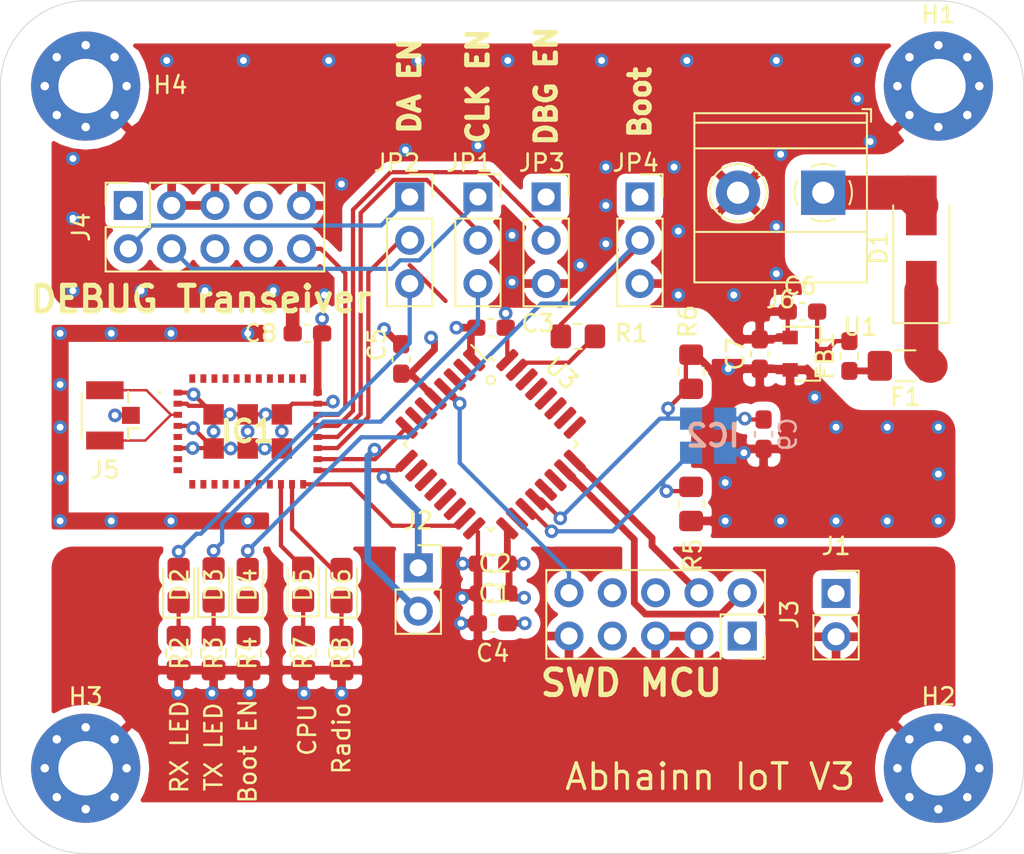
<source format=kicad_pcb>
(kicad_pcb (version 20171130) (host pcbnew "(5.1.10)-1")
  (title_block (date 2021-07-03))
  (layers (0 F.Cu signal) (1 In1.Cu power hide) (2 In2.Cu power hide) (31 B.Cu signal) (34 B.Paste user hide) (35 F.Paste user hide) (36 B.SilkS user hide) (37 F.SilkS user) (38 B.Mask user hide) (39 F.Mask user hide) (44 Edge.Cuts user))
  (net 0 "")
  (net 1 GND)
  (net 2 +3V3)
  (net 3 "Net-(C6-Pad1)")
  (net 4 +5V)
  (net 5 "Net-(D1-Pad1)")
  (net 6 LED_RX)
  (net 7 "Net-(D2-Pad1)")
  (net 8 LED_TX)
  (net 9 "Net-(D3-Pad1)")
  (net 10 "Net-(D4-Pad2)")
  (net 11 "Net-(D4-Pad1)")
  (net 12 CPU_LED)
  (net 13 "Net-(D5-Pad1)")
  (net 14 RADIO_LED)
  (net 15 "Net-(D6-Pad1)")
  (net 16 RESET_N)
  (net 17 DBG_EN)
  (net 18 TX_LED+DBG_CLK)
  (net 19 RX_LED+DBG_DATA)
  (net 20 LPUART1_TX)
  (net 21 LPUART1_RX)
  (net 22 DEEP_SLEEP_WAKUP)
  (net 23 "Net-(IC1-Pad3)")
  (net 24 PRESSURE_SDA)
  (net 25 PRESSURE_SCL)
  (net 26 NRST)
  (net 27 SWCLK)
  (net 28 SWDIO)
  (net 29 TS_DBG_CLK)
  (net 30 TS_DBG_DATA)
  (net 31 BOOT0)
  (net 32 "Net-(F1-Pad2)")
  (module SamacSys_Parts:AXSIPSFEU101TX30 (layer F.Cu) (at 129.5 80.25)
    (fp_text reference IC1 (at 0 0) (layer F.SilkS) (effects (font (size 1.27 1.27) (thickness 0.254))))
    (fp_text value AX-SIP-SFEU-1-01-TX30 hide)
    (pad 44 smd rect (at 2 1) (size 1.2 1.2) (layers F.Cu F.Paste F.Mask) (net 1 GND))
    (pad 43 smd rect (at 2 -1) (size 1.2 1.2) (layers F.Cu F.Paste F.Mask) (net 1 GND))
    (pad 42 smd rect (at 0 1) (size 1.2 1.2) (layers F.Cu F.Paste F.Mask) (net 1 GND))
    (pad 41 smd rect (at 0 -1) (size 1.2 1.2) (layers F.Cu F.Paste F.Mask) (net 1 GND))
    (pad 40 smd rect (at -2 1) (size 1.2 1.2) (layers F.Cu F.Paste F.Mask) (net 1 GND))
    (pad 39 smd rect (at -2 -1) (size 1.2 1.2) (layers F.Cu F.Paste F.Mask) (net 1 GND))
    (pad 38 smd rect (at -3.25 -3.1) (size 0.35 0.5) (layers F.Cu F.Paste F.Mask))
    (pad 37 smd rect (at -2.6 -3.1) (size 0.35 0.5) (layers F.Cu F.Paste F.Mask))
    (pad 36 smd rect (at -1.95 -3.1) (size 0.35 0.5) (layers F.Cu F.Paste F.Mask))
    (pad 35 smd rect (at -1.3 -3.1) (size 0.35 0.5) (layers F.Cu F.Paste F.Mask))
    (pad 34 smd rect (at -0.65 -3.1) (size 0.35 0.5) (layers F.Cu F.Paste F.Mask))
    (pad 33 smd rect (at 0 -3.1) (size 0.35 0.5) (layers F.Cu F.Paste F.Mask))
    (pad 32 smd rect (at 0.65 -3.1) (size 0.35 0.5) (layers F.Cu F.Paste F.Mask))
    (pad 31 smd rect (at 1.3 -3.1) (size 0.35 0.5) (layers F.Cu F.Paste F.Mask))
    (pad 30 smd rect (at 1.95 -3.1) (size 0.35 0.5) (layers F.Cu F.Paste F.Mask))
    (pad 29 smd rect (at 2.6 -3.1) (size 0.35 0.5) (layers F.Cu F.Paste F.Mask))
    (pad 28 smd rect (at 3.25 -3.1) (size 0.35 0.5) (layers F.Cu F.Paste F.Mask))
    (pad 27 smd rect (at 4.1 -2.275 90) (size 0.35 0.5) (layers F.Cu F.Paste F.Mask) (net 2 +3V3))
    (pad 26 smd rect (at 4.1 -1.625 90) (size 0.35 0.5) (layers F.Cu F.Paste F.Mask) (net 1 GND))
    (pad 25 smd rect (at 4.1 -0.975 90) (size 0.35 0.5) (layers F.Cu F.Paste F.Mask) (net 16 RESET_N))
    (pad 24 smd rect (at 4.1 -0.325 90) (size 0.35 0.5) (layers F.Cu F.Paste F.Mask) (net 17 DBG_EN))
    (pad 23 smd rect (at 4.1 0.325 90) (size 0.35 0.5) (layers F.Cu F.Paste F.Mask) (net 18 TX_LED+DBG_CLK))
    (pad 22 smd rect (at 4.1 0.975 90) (size 0.35 0.5) (layers F.Cu F.Paste F.Mask) (net 19 RX_LED+DBG_DATA))
    (pad 21 smd rect (at 4.1 1.625 90) (size 0.35 0.5) (layers F.Cu F.Paste F.Mask) (net 20 LPUART1_TX))
    (pad 20 smd rect (at 4.1 2.275 90) (size 0.35 0.5) (layers F.Cu F.Paste F.Mask) (net 21 LPUART1_RX))
    (pad 19 smd rect (at 3.25 3.1) (size 0.35 0.5) (layers F.Cu F.Paste F.Mask) (net 22 DEEP_SLEEP_WAKUP))
    (pad 18 smd rect (at 2.6 3.1) (size 0.35 0.5) (layers F.Cu F.Paste F.Mask) (net 14 RADIO_LED))
    (pad 17 smd rect (at 1.95 3.1) (size 0.35 0.5) (layers F.Cu F.Paste F.Mask) (net 12 CPU_LED))
    (pad 16 smd rect (at 1.3 3.1) (size 0.35 0.5) (layers F.Cu F.Paste F.Mask))
    (pad 15 smd rect (at 0.65 3.1) (size 0.35 0.5) (layers F.Cu F.Paste F.Mask))
    (pad 14 smd rect (at 0 3.1) (size 0.35 0.5) (layers F.Cu F.Paste F.Mask))
    (pad 13 smd rect (at -0.65 3.1) (size 0.35 0.5) (layers F.Cu F.Paste F.Mask))
    (pad 12 smd rect (at -1.3 3.1) (size 0.35 0.5) (layers F.Cu F.Paste F.Mask))
    (pad 11 smd rect (at -1.95 3.1) (size 0.35 0.5) (layers F.Cu F.Paste F.Mask))
    (pad 10 smd rect (at -2.6 3.1) (size 0.35 0.5) (layers F.Cu F.Paste F.Mask))
    (pad 9 smd rect (at -3.25 3.1) (size 0.35 0.5) (layers F.Cu F.Paste F.Mask))
    (pad 8 smd rect (at -4.1 2.275 90) (size 0.35 0.5) (layers F.Cu F.Paste F.Mask))
    (pad 7 smd rect (at -4.1 1.625 90) (size 0.35 0.5) (layers F.Cu F.Paste F.Mask))
    (pad 6 smd rect (at -4.1 0.975 90) (size 0.35 0.5) (layers F.Cu F.Paste F.Mask) (net 1 GND))
    (pad 5 smd rect (at -4.1 0.325 90) (size 0.35 0.5) (layers F.Cu F.Paste F.Mask))
    (pad 4 smd rect (at -4.1 -0.325 90) (size 0.35 0.5) (layers F.Cu F.Paste F.Mask) (net 1 GND))
    (pad 3 smd rect (at -4.1 -0.975 90) (size 0.35 0.5) (layers F.Cu F.Paste F.Mask) (net 23 "Net-(IC1-Pad3)"))
    (pad 2 smd rect (at -4.1 -1.625 90) (size 0.35 0.5) (layers F.Cu F.Paste F.Mask) (net 1 GND))
    (pad 1 smd rect (at -4.1 -2.275 90) (size 0.35 0.5) (layers F.Cu F.Paste F.Mask) (net 1 GND))
  )
  (module Resistor_SMD:R_0805_2012Metric_Pad1.20x1.40mm_HandSolder (layer F.Cu) (at 129.55 93.25 270)
    (fp_text reference R4 (at 0 0.05 90) (layer F.SilkS))
    (fp_text value 2k)
    (pad 2 smd roundrect (at 1 0 270) (size 1.2 1.4) (layers F.Cu F.Paste F.Mask) (roundrect_rratio 0.2083325) (net 1 GND))
    (pad 1 smd roundrect (at -1 0 270) (size 1.2 1.4) (layers F.Cu F.Paste F.Mask) (roundrect_rratio 0.2083325) (net 11 "Net-(D4-Pad1)"))
  )
  (module Diode_SMD:D_SMA_Handsoldering (layer F.Cu) (at 169 69.5 90)
    (fp_text reference D1 (at 0 -2.5 90) (layer F.SilkS))
    (fp_text value B5819W)
    (pad 2 smd rect (at 2.5 0 90) (size 3.5 1.8) (layers F.Cu F.Paste F.Mask) (net 4 +5V))
    (pad 1 smd rect (at -2.5 0 90) (size 3.5 1.8) (layers F.Cu F.Paste F.Mask) (net 5 "Net-(D1-Pad1)"))
  )
  (module Connector_PinSocket_2.54mm:PinSocket_2x05_P2.54mm_Vertical (layer F.Cu) (at 158.5 92.25 270)
    (fp_text reference J3 (at -1.27 -2.77 90) (layer F.SilkS))
    (fp_text value Conn_02x05_Odd_Even)
    (pad 10 thru_hole oval (at -2.54 10.16 270) (size 1.7 1.7) (drill 1) (layers *.Cu *.Mask) (net 26 NRST))
    (pad 9 thru_hole oval (at 0 10.16 270) (size 1.7 1.7) (drill 1) (layers *.Cu *.Mask) (net 1 GND))
    (pad 8 thru_hole oval (at -2.54 7.62 270) (size 1.7 1.7) (drill 1) (layers *.Cu *.Mask))
    (pad 7 thru_hole oval (at 0 7.62 270) (size 1.7 1.7) (drill 1) (layers *.Cu *.Mask))
    (pad 6 thru_hole oval (at -2.54 5.08 270) (size 1.7 1.7) (drill 1) (layers *.Cu *.Mask))
    (pad 5 thru_hole oval (at 0 5.08 270) (size 1.7 1.7) (drill 1) (layers *.Cu *.Mask) (net 1 GND))
    (pad 4 thru_hole oval (at -2.54 2.54 270) (size 1.7 1.7) (drill 1) (layers *.Cu *.Mask) (net 27 SWCLK))
    (pad 3 thru_hole oval (at 0 2.54 270) (size 1.7 1.7) (drill 1) (layers *.Cu *.Mask) (net 1 GND))
    (pad 2 thru_hole oval (at -2.54 0 270) (size 1.7 1.7) (drill 1) (layers *.Cu *.Mask) (net 28 SWDIO))
    (pad 1 thru_hole rect (at 0 0 270) (size 1.7 1.7) (drill 1) (layers *.Cu *.Mask) (net 2 +3V3))
  )
  (module Package_TO_SOT_SMD:SOT-23 (layer F.Cu) (at 162.306 75.692)
    (fp_text reference U1 (at 3.12 -1.57) (layer F.SilkS))
    (fp_text value XC6206PxxxMR)
    (pad 3 smd rect (at 1 0) (size 0.9 0.8) (layers F.Cu F.Paste F.Mask) (net 3 "Net-(C6-Pad1)"))
    (pad 2 smd rect (at -1 0.95) (size 0.9 0.8) (layers F.Cu F.Paste F.Mask) (net 2 +3V3))
    (pad 1 smd rect (at -1 -0.95) (size 0.9 0.8) (layers F.Cu F.Paste F.Mask) (net 1 GND))
  )
  (module Capacitor_SMD:C_0603_1608Metric_Pad1.08x0.95mm_HandSolder (layer F.Cu) (at 162.0279 73.22236 180)
    (fp_text reference C6 (at 0.1375 1.5) (layer F.SilkS))
    (fp_text value 10uF)
    (pad 2 smd roundrect (at 0.8625 0 180) (size 1.075 0.95) (layers F.Cu F.Paste F.Mask) (net 1 GND))
    (pad 1 smd roundrect (at -0.8625 0 180) (size 1.075 0.95) (layers F.Cu F.Paste F.Mask) (net 3 "Net-(C6-Pad1)"))
  )
  (module Capacitor_SMD:C_0603_1608Metric_Pad1.08x0.95mm_HandSolder (layer B.Cu) (at 159.75 80.4125 90)
    (fp_text reference C9 (at 0 1.43 270) (layer B.SilkS) (effects (justify mirror)))
    (fp_text value 100nF)
    (pad 2 smd roundrect (at 0.8625 0 90) (size 1.075 0.95) (layers F.Cu B.Paste B.Mask) (net 1 GND))
    (pad 1 smd roundrect (at -0.8625 0 90) (size 1.075 0.95) (layers F.Cu B.Paste B.Mask) (net 2 +3V3))
  )
  (module Fuse:Fuse_1206_3216Metric_Pad1.42x1.75mm_HandSolder (layer F.Cu) (at 168.05388 76.40244 180)
    (fp_text reference F1 (at 0 -1.82) (layer F.SilkS))
    (fp_text value 500mA)
    (pad 2 smd roundrect (at 1.4875 0 180) (size 1.425 1.75) (layers F.Cu F.Paste F.Mask) (roundrect_rratio 0.175439) (net 32 "Net-(F1-Pad2)"))
    (pad 1 smd roundrect (at -1.4875 0 180) (size 1.425 1.75) (layers F.Cu F.Paste F.Mask) (roundrect_rratio 0.175439) (net 5 "Net-(D1-Pad1)"))
  )
  (module Connector_PinSocket_2.54mm:PinSocket_1x03_P2.54mm_Vertical (layer F.Cu) (at 152.5 66.5)
    (fp_text reference JP4 (at -0.25 -2) (layer F.SilkS))
    (fp_text value Jumper_3_Bridged12)
    (pad 3 thru_hole oval (at 0 5.08) (size 1.7 1.7) (drill 1) (layers *.Cu *.Mask) (net 1 GND))
    (pad 2 thru_hole oval (at 0 2.54) (size 1.7 1.7) (drill 1) (layers *.Cu *.Mask) (net 10 "Net-(D4-Pad2)"))
    (pad 1 thru_hole rect (at 0 0) (size 1.7 1.7) (drill 1) (layers *.Cu *.Mask) (net 2 +3V3))
  )
  (module Connector_PinSocket_2.54mm:PinSocket_1x03_P2.54mm_Vertical (layer F.Cu) (at 147 66.5)
    (fp_text reference JP3 (at -0.25 -2) (layer F.SilkS))
    (fp_text value Jumper_3_Bridged12)
    (pad 3 thru_hole oval (at 0 5.08) (size 1.7 1.7) (drill 1) (layers *.Cu *.Mask) (net 1 GND))
    (pad 2 thru_hole oval (at 0 2.54) (size 1.7 1.7) (drill 1) (layers *.Cu *.Mask) (net 17 DBG_EN))
    (pad 1 thru_hole rect (at 0 0) (size 1.7 1.7) (drill 1) (layers *.Cu *.Mask) (net 2 +3V3))
  )
  (module Connector_PinSocket_2.54mm:PinSocket_1x03_P2.54mm_Vertical (layer F.Cu) (at 139 66.5)
    (fp_text reference JP2 (at -0.75 -2) (layer F.SilkS))
    (fp_text value Jumper_3_Bridged12)
    (pad 3 thru_hole oval (at 0 5.08) (size 1.7 1.7) (drill 1) (layers *.Cu *.Mask) (net 6 LED_RX))
    (pad 2 thru_hole oval (at 0 2.54) (size 1.7 1.7) (drill 1) (layers *.Cu *.Mask) (net 19 RX_LED+DBG_DATA))
    (pad 1 thru_hole rect (at 0 0) (size 1.7 1.7) (drill 1) (layers *.Cu *.Mask) (net 30 TS_DBG_DATA))
  )
  (module Connector_PinSocket_2.54mm:PinSocket_1x03_P2.54mm_Vertical (layer F.Cu) (at 143 66.5)
    (fp_text reference JP1 (at -0.5 -2) (layer F.SilkS))
    (fp_text value Jumper_3_Bridged12)
    (pad 3 thru_hole oval (at 0 5.08) (size 1.7 1.7) (drill 1) (layers *.Cu *.Mask) (net 8 LED_TX))
    (pad 2 thru_hole oval (at 0 2.54) (size 1.7 1.7) (drill 1) (layers *.Cu *.Mask) (net 18 TX_LED+DBG_CLK))
    (pad 1 thru_hole rect (at 0 0) (size 1.7 1.7) (drill 1) (layers *.Cu *.Mask) (net 29 TS_DBG_CLK))
  )
  (module Connector_PinSocket_2.54mm:PinSocket_1x02_P2.54mm_Vertical (layer F.Cu) (at 139.5 88.25)
    (fp_text reference J2 (at 0 -2.77) (layer F.SilkS))
    (fp_text value Conn_01x02)
    (pad 2 thru_hole oval (at 0 2.54) (size 1.7 1.7) (drill 1) (layers *.Cu *.Mask) (net 20 LPUART1_TX))
    (pad 1 thru_hole rect (at 0 0) (size 1.7 1.7) (drill 1) (layers *.Cu *.Mask) (net 21 LPUART1_RX))
  )
  (module Connector_PinSocket_2.54mm:PinSocket_1x02_P2.54mm_Vertical (layer F.Cu) (at 164 89.75)
    (fp_text reference J1 (at 0 -2.77) (layer F.SilkS))
    (fp_text value Conn_01x02)
    (pad 2 thru_hole oval (at 0 2.54) (size 1.7 1.7) (drill 1) (layers *.Cu *.Mask) (net 1 GND))
    (pad 1 thru_hole rect (at 0 0) (size 1.7 1.7) (drill 1) (layers *.Cu *.Mask) (net 2 +3V3))
  )
  (module Connector_PinSocket_2.54mm:PinSocket_2x05_P2.54mm_Vertical (layer F.Cu) (at 122.5 67 90)
    (fp_text reference J4 (at -1.27 -2.77 90) (layer F.SilkS))
    (fp_text value Conn_02x05_Odd_Even)
    (pad 10 thru_hole oval (at -2.54 10.16 90) (size 1.7 1.7) (drill 1) (layers *.Cu *.Mask) (net 16 RESET_N))
    (pad 9 thru_hole oval (at 0 10.16 90) (size 1.7 1.7) (drill 1) (layers *.Cu *.Mask) (net 1 GND))
    (pad 8 thru_hole oval (at -2.54 7.62 90) (size 1.7 1.7) (drill 1) (layers *.Cu *.Mask))
    (pad 7 thru_hole oval (at 0 7.62 90) (size 1.7 1.7) (drill 1) (layers *.Cu *.Mask))
    (pad 6 thru_hole oval (at -2.54 5.08 90) (size 1.7 1.7) (drill 1) (layers *.Cu *.Mask))
    (pad 5 thru_hole oval (at 0 5.08 90) (size 1.7 1.7) (drill 1) (layers *.Cu *.Mask) (net 1 GND))
    (pad 4 thru_hole oval (at -2.54 2.54 90) (size 1.7 1.7) (drill 1) (layers *.Cu *.Mask) (net 29 TS_DBG_CLK))
    (pad 3 thru_hole oval (at 0 2.54 90) (size 1.7 1.7) (drill 1) (layers *.Cu *.Mask) (net 1 GND))
    (pad 2 thru_hole oval (at -2.54 0 90) (size 1.7 1.7) (drill 1) (layers *.Cu *.Mask) (net 30 TS_DBG_DATA))
    (pad 1 thru_hole rect (at 0 0 90) (size 1.7 1.7) (drill 1) (layers *.Cu *.Mask) (net 2 +3V3))
  )
  (module Package_QFP:LQFP-32_7x7mm_P0.8mm (layer F.Cu) (at 143.75 81 315)
    (fp_text reference U3 (at 0 -5.88 135) (layer F.SilkS))
    (fp_text value STM32L082KZTx)
    (pad 32 smd roundrect (at -2.8 -4.175 315) (size 0.5 1.5) (layers F.Cu F.Paste F.Mask) (net 1 GND))
    (pad 31 smd roundrect (at -2 -4.175 315) (size 0.5 1.5) (layers F.Cu F.Paste F.Mask) (net 31 BOOT0))
    (pad 30 smd roundrect (at -1.2 -4.175 315) (size 0.5 1.5) (layers F.Cu F.Paste F.Mask))
    (pad 29 smd roundrect (at -0.4 -4.175 315) (size 0.5 1.5) (layers F.Cu F.Paste F.Mask))
    (pad 28 smd roundrect (at 0.4 -4.175 315) (size 0.5 1.5) (layers F.Cu F.Paste F.Mask))
    (pad 27 smd roundrect (at 1.2 -4.175 315) (size 0.5 1.5) (layers F.Cu F.Paste F.Mask))
    (pad 26 smd roundrect (at 2 -4.175 315) (size 0.5 1.5) (layers F.Cu F.Paste F.Mask))
    (pad 25 smd roundrect (at 2.8 -4.175 315) (size 0.5 1.5) (layers F.Cu F.Paste F.Mask))
    (pad 24 smd roundrect (at 4.175 -2.8 315) (size 1.5 0.5) (layers F.Cu F.Paste F.Mask) (net 27 SWCLK))
    (pad 23 smd roundrect (at 4.175 -2 315) (size 1.5 0.5) (layers F.Cu F.Paste F.Mask) (net 28 SWDIO))
    (pad 22 smd roundrect (at 4.175 -1.2 315) (size 1.5 0.5) (layers F.Cu F.Paste F.Mask))
    (pad 21 smd roundrect (at 4.175 -0.4 315) (size 1.5 0.5) (layers F.Cu F.Paste F.Mask))
    (pad 20 smd roundrect (at 4.175 0.4 315) (size 1.5 0.5) (layers F.Cu F.Paste F.Mask) (net 24 PRESSURE_SDA))
    (pad 19 smd roundrect (at 4.175 1.2 315) (size 1.5 0.5) (layers F.Cu F.Paste F.Mask) (net 25 PRESSURE_SCL))
    (pad 18 smd roundrect (at 4.175 2 315) (size 1.5 0.5) (layers F.Cu F.Paste F.Mask))
    (pad 17 smd roundrect (at 4.175 2.8 315) (size 1.5 0.5) (layers F.Cu F.Paste F.Mask) (net 2 +3V3))
    (pad 16 smd roundrect (at 2.8 4.175 315) (size 0.5 1.5) (layers F.Cu F.Paste F.Mask) (net 1 GND))
    (pad 15 smd roundrect (at 2 4.175 315) (size 0.5 1.5) (layers F.Cu F.Paste F.Mask) (net 22 DEEP_SLEEP_WAKUP))
    (pad 14 smd roundrect (at 1.2 4.175 315) (size 0.5 1.5) (layers F.Cu F.Paste F.Mask))
    (pad 13 smd roundrect (at 0.4 4.175 315) (size 0.5 1.5) (layers F.Cu F.Paste F.Mask))
    (pad 12 smd roundrect (at -0.4 4.175 315) (size 0.5 1.5) (layers F.Cu F.Paste F.Mask))
    (pad 11 smd roundrect (at -1.2 4.175 315) (size 0.5 1.5) (layers F.Cu F.Paste F.Mask))
    (pad 10 smd roundrect (at -2 4.175 315) (size 0.5 1.5) (layers F.Cu F.Paste F.Mask))
    (pad 9 smd roundrect (at -2.8 4.175 315) (size 0.5 1.5) (layers F.Cu F.Paste F.Mask) (net 21 LPUART1_RX))
    (pad 8 smd roundrect (at -4.175 2.8 315) (size 1.5 0.5) (layers F.Cu F.Paste F.Mask) (net 20 LPUART1_TX))
    (pad 7 smd roundrect (at -4.175 2 315) (size 1.5 0.5) (layers F.Cu F.Paste F.Mask))
    (pad 6 smd roundrect (at -4.175 1.2 315) (size 1.5 0.5) (layers F.Cu F.Paste F.Mask))
    (pad 5 smd roundrect (at -4.175 0.4 315) (size 1.5 0.5) (layers F.Cu F.Paste F.Mask) (net 2 +3V3))
    (pad 4 smd roundrect (at -4.175 -0.4 315) (size 1.5 0.5) (layers F.Cu F.Paste F.Mask) (net 26 NRST))
    (pad 3 smd roundrect (at -4.175 -1.2 315) (size 1.5 0.5) (layers F.Cu F.Paste F.Mask))
    (pad 2 smd roundrect (at -4.175 -2 315) (size 1.5 0.5) (layers F.Cu F.Paste F.Mask))
    (pad 1 smd roundrect (at -4.175 -2.8 315) (size 1.5 0.5) (layers F.Cu F.Paste F.Mask) (net 2 +3V3))
  )
  (module Resistor_SMD:R_0805_2012Metric_Pad1.20x1.40mm_HandSolder (layer F.Cu) (at 135 93.25 270)
    (fp_text reference R8 (at 0 0 90) (layer F.SilkS))
    (fp_text value 2k)
    (pad 2 smd roundrect (at 1 0 270) (size 1.2 1.4) (layers F.Cu F.Paste F.Mask) (roundrect_rratio 0.2083325) (net 1 GND))
    (pad 1 smd roundrect (at -1 0 270) (size 1.2 1.4) (layers F.Cu F.Paste F.Mask) (roundrect_rratio 0.2083325) (net 15 "Net-(D6-Pad1)"))
  )
  (module Resistor_SMD:R_0805_2012Metric_Pad1.20x1.40mm_HandSolder (layer F.Cu) (at 132.75 93.25 270)
    (fp_text reference R7 (at 0 0 90) (layer F.SilkS))
    (fp_text value 2k)
    (pad 2 smd roundrect (at 1 0 270) (size 1.2 1.4) (layers F.Cu F.Paste F.Mask) (roundrect_rratio 0.2083325) (net 1 GND))
    (pad 1 smd roundrect (at -1 0 270) (size 1.2 1.4) (layers F.Cu F.Paste F.Mask) (roundrect_rratio 0.2083325) (net 13 "Net-(D5-Pad1)"))
  )
  (module Resistor_SMD:R_0805_2012Metric_Pad1.20x1.40mm_HandSolder (layer F.Cu) (at 155.5 76.75 270)
    (fp_text reference R6 (at -2.95 0.2 90) (layer F.SilkS))
    (fp_text value 10k)
    (pad 2 smd roundrect (at 1 0 270) (size 1.2 1.4) (layers F.Cu F.Paste F.Mask) (roundrect_rratio 0.2083325) (net 24 PRESSURE_SDA))
    (pad 1 smd roundrect (at -1 0 270) (size 1.2 1.4) (layers F.Cu F.Paste F.Mask) (roundrect_rratio 0.2083325) (net 2 +3V3))
  )
  (module Resistor_SMD:R_0805_2012Metric_Pad1.20x1.40mm_HandSolder (layer F.Cu) (at 155.5 84.5 90)
    (fp_text reference R5 (at -3 0.1 90) (layer F.SilkS))
    (fp_text value 10k)
    (pad 2 smd roundrect (at 1 0 90) (size 1.2 1.4) (layers F.Cu F.Paste F.Mask) (roundrect_rratio 0.2083325) (net 25 PRESSURE_SCL))
    (pad 1 smd roundrect (at -1 0 90) (size 1.2 1.4) (layers F.Cu F.Paste F.Mask) (roundrect_rratio 0.2083325) (net 2 +3V3))
  )
  (module Resistor_SMD:R_0805_2012Metric_Pad1.20x1.40mm_HandSolder (layer F.Cu) (at 127.5 93.25 270)
    (fp_text reference R3 (at 0 0 90) (layer F.SilkS))
    (fp_text value 2k)
    (pad 2 smd roundrect (at 1 0 270) (size 1.2 1.4) (layers F.Cu F.Paste F.Mask) (roundrect_rratio 0.2083325) (net 1 GND))
    (pad 1 smd roundrect (at -1 0 270) (size 1.2 1.4) (layers F.Cu F.Paste F.Mask) (roundrect_rratio 0.2083325) (net 9 "Net-(D3-Pad1)"))
  )
  (module Resistor_SMD:R_0805_2012Metric_Pad1.20x1.40mm_HandSolder (layer F.Cu) (at 125.45 93.25 270)
    (fp_text reference R2 (at 0 -0.05 90) (layer F.SilkS))
    (fp_text value 2k)
    (pad 2 smd roundrect (at 1 0 270) (size 1.2 1.4) (layers F.Cu F.Paste F.Mask) (roundrect_rratio 0.2083325) (net 1 GND))
    (pad 1 smd roundrect (at -1 0 270) (size 1.2 1.4) (layers F.Cu F.Paste F.Mask) (roundrect_rratio 0.2083325) (net 7 "Net-(D2-Pad1)"))
  )
  (module Resistor_SMD:R_0805_2012Metric_Pad1.20x1.40mm_HandSolder (layer F.Cu) (at 148.86 74.676)
    (fp_text reference R1 (at 3.14 -0.176) (layer F.SilkS))
    (fp_text value 10k)
    (pad 2 smd roundrect (at 1 0) (size 1.2 1.4) (layers F.Cu F.Paste F.Mask) (roundrect_rratio 0.2083325) (net 31 BOOT0))
    (pad 1 smd roundrect (at -1 0) (size 1.2 1.4) (layers F.Cu F.Paste F.Mask) (roundrect_rratio 0.2083325) (net 10 "Net-(D4-Pad2)"))
  )
  (module TerminalBlock_Phoenix:TerminalBlock_Phoenix_MKDS-1,5-2_1x02_P5.00mm_Horizontal (layer F.Cu) (at 163.25 66.25 180)
    (fp_text reference J6 (at 2.5 -6.26) (layer F.SilkS))
    (fp_text value Conn_01x02_Female)
    (pad 2 thru_hole circle (at 5 0 180) (size 2.6 2.6) (drill 1.3) (layers *.Cu *.Mask) (net 1 GND))
    (pad 1 thru_hole rect (at 0 0 180) (size 2.6 2.6) (drill 1.3) (layers *.Cu *.Mask) (net 4 +5V))
  )
  (module Connector_Coaxial:U.FL_Hirose_U.FL-R-SMT-1_Vertical (layer F.Cu) (at 121.59998 79.30822 180)
    (fp_text reference J5 (at 0.475 -3.2) (layer F.SilkS))
    (fp_text value Conn_Coaxial)
    (pad 2 smd rect (at 0.475 -1.475 180) (size 2.2 1.05) (layers F.Cu F.Paste F.Mask) (net 23 "Net-(IC1-Pad3)"))
    (pad 1 smd rect (at -1.05 0 180) (size 1.05 1) (layers F.Cu F.Paste F.Mask) (net 1 GND))
    (pad 2 smd rect (at 0.475 1.475 180) (size 2.2 1.05) (layers F.Cu F.Paste F.Mask) (net 23 "Net-(IC1-Pad3)"))
  )
  (module SamacSys_Parts:MS584002BA01 (layer B.Cu) (at 156.5 80.5 180)
    (fp_text reference IC2 (at -0.275 0) (layer B.SilkS) (effects (font (size 1.27 1.27) (thickness 0.254)) (justify mirror)))
    (fp_text value MS5840-02BA01 hide)
    (pad 4 smd rect (at 1 1 90) (size 1.3 1.3) (layers B.Cu B.Paste B.Mask) (net 24 PRESSURE_SDA))
    (pad 3 smd rect (at 1 -1 90) (size 1.3 1.3) (layers B.Cu B.Paste B.Mask) (net 25 PRESSURE_SCL))
    (pad 2 smd rect (at -1 -1 90) (size 1.3 1.3) (layers B.Cu B.Paste B.Mask) (net 2 +3V3))
    (pad 1 smd rect (at -1 1 90) (size 1.3 1.3) (layers B.Cu B.Paste B.Mask) (net 1 GND))
  )
  (module MountingHole:MountingHole_3.2mm_M3_Pad_Via (layer F.Cu) (at 120 60)
    (fp_text reference H4 (at 4.968 -0.056) (layer F.SilkS))
    (fp_text value MountingHole_Pad)
    (pad 1 thru_hole circle (at 1.697056 -1.697056) (size 0.8 0.8) (drill 0.5) (layers *.Cu *.Mask) (net 1 GND))
    (pad 1 thru_hole circle (at 0 -2.4) (size 0.8 0.8) (drill 0.5) (layers *.Cu *.Mask) (net 1 GND))
    (pad 1 thru_hole circle (at -1.697056 -1.697056) (size 0.8 0.8) (drill 0.5) (layers *.Cu *.Mask) (net 1 GND))
    (pad 1 thru_hole circle (at -2.4 0) (size 0.8 0.8) (drill 0.5) (layers *.Cu *.Mask) (net 1 GND))
    (pad 1 thru_hole circle (at -1.697056 1.697056) (size 0.8 0.8) (drill 0.5) (layers *.Cu *.Mask) (net 1 GND))
    (pad 1 thru_hole circle (at 0 2.4) (size 0.8 0.8) (drill 0.5) (layers *.Cu *.Mask) (net 1 GND))
    (pad 1 thru_hole circle (at 1.697056 1.697056) (size 0.8 0.8) (drill 0.5) (layers *.Cu *.Mask) (net 1 GND))
    (pad 1 thru_hole circle (at 2.4 0) (size 0.8 0.8) (drill 0.5) (layers *.Cu *.Mask) (net 1 GND))
    (pad 1 thru_hole circle (at 0 0) (size 6.4 6.4) (drill 3.2) (layers *.Cu *.Mask) (net 1 GND))
  )
  (module MountingHole:MountingHole_3.2mm_M3_Pad_Via (layer F.Cu) (at 120 100)
    (fp_text reference H3 (at 0 -4.2) (layer F.SilkS))
    (fp_text value MountingHole_Pad)
    (pad 1 thru_hole circle (at 1.697056 -1.697056) (size 0.8 0.8) (drill 0.5) (layers *.Cu *.Mask) (net 1 GND))
    (pad 1 thru_hole circle (at 0 -2.4) (size 0.8 0.8) (drill 0.5) (layers *.Cu *.Mask) (net 1 GND))
    (pad 1 thru_hole circle (at -1.697056 -1.697056) (size 0.8 0.8) (drill 0.5) (layers *.Cu *.Mask) (net 1 GND))
    (pad 1 thru_hole circle (at -2.4 0) (size 0.8 0.8) (drill 0.5) (layers *.Cu *.Mask) (net 1 GND))
    (pad 1 thru_hole circle (at -1.697056 1.697056) (size 0.8 0.8) (drill 0.5) (layers *.Cu *.Mask) (net 1 GND))
    (pad 1 thru_hole circle (at 0 2.4) (size 0.8 0.8) (drill 0.5) (layers *.Cu *.Mask) (net 1 GND))
    (pad 1 thru_hole circle (at 1.697056 1.697056) (size 0.8 0.8) (drill 0.5) (layers *.Cu *.Mask) (net 1 GND))
    (pad 1 thru_hole circle (at 2.4 0) (size 0.8 0.8) (drill 0.5) (layers *.Cu *.Mask) (net 1 GND))
    (pad 1 thru_hole circle (at 0 0) (size 6.4 6.4) (drill 3.2) (layers *.Cu *.Mask) (net 1 GND))
  )
  (module MountingHole:MountingHole_3.2mm_M3_Pad_Via (layer F.Cu) (at 170 100)
    (fp_text reference H2 (at 0 -4.2) (layer F.SilkS))
    (fp_text value MountingHole_Pad)
    (pad 1 thru_hole circle (at 1.697056 -1.697056) (size 0.8 0.8) (drill 0.5) (layers *.Cu *.Mask) (net 1 GND))
    (pad 1 thru_hole circle (at 0 -2.4) (size 0.8 0.8) (drill 0.5) (layers *.Cu *.Mask) (net 1 GND))
    (pad 1 thru_hole circle (at -1.697056 -1.697056) (size 0.8 0.8) (drill 0.5) (layers *.Cu *.Mask) (net 1 GND))
    (pad 1 thru_hole circle (at -2.4 0) (size 0.8 0.8) (drill 0.5) (layers *.Cu *.Mask) (net 1 GND))
    (pad 1 thru_hole circle (at -1.697056 1.697056) (size 0.8 0.8) (drill 0.5) (layers *.Cu *.Mask) (net 1 GND))
    (pad 1 thru_hole circle (at 0 2.4) (size 0.8 0.8) (drill 0.5) (layers *.Cu *.Mask) (net 1 GND))
    (pad 1 thru_hole circle (at 1.697056 1.697056) (size 0.8 0.8) (drill 0.5) (layers *.Cu *.Mask) (net 1 GND))
    (pad 1 thru_hole circle (at 2.4 0) (size 0.8 0.8) (drill 0.5) (layers *.Cu *.Mask) (net 1 GND))
    (pad 1 thru_hole circle (at 0 0) (size 6.4 6.4) (drill 3.2) (layers *.Cu *.Mask) (net 1 GND))
  )
  (module MountingHole:MountingHole_3.2mm_M3_Pad_Via (layer F.Cu) (at 170 60)
    (fp_text reference H1 (at 0 -4.2) (layer F.SilkS))
    (fp_text value MountingHole_Pad)
    (pad 1 thru_hole circle (at 1.697056 -1.697056) (size 0.8 0.8) (drill 0.5) (layers *.Cu *.Mask) (net 1 GND))
    (pad 1 thru_hole circle (at 0 -2.4) (size 0.8 0.8) (drill 0.5) (layers *.Cu *.Mask) (net 1 GND))
    (pad 1 thru_hole circle (at -1.697056 -1.697056) (size 0.8 0.8) (drill 0.5) (layers *.Cu *.Mask) (net 1 GND))
    (pad 1 thru_hole circle (at -2.4 0) (size 0.8 0.8) (drill 0.5) (layers *.Cu *.Mask) (net 1 GND))
    (pad 1 thru_hole circle (at -1.697056 1.697056) (size 0.8 0.8) (drill 0.5) (layers *.Cu *.Mask) (net 1 GND))
    (pad 1 thru_hole circle (at 0 2.4) (size 0.8 0.8) (drill 0.5) (layers *.Cu *.Mask) (net 1 GND))
    (pad 1 thru_hole circle (at 1.697056 1.697056) (size 0.8 0.8) (drill 0.5) (layers *.Cu *.Mask) (net 1 GND))
    (pad 1 thru_hole circle (at 2.4 0) (size 0.8 0.8) (drill 0.5) (layers *.Cu *.Mask) (net 1 GND))
    (pad 1 thru_hole circle (at 0 0) (size 6.4 6.4) (drill 3.2) (layers *.Cu *.Mask) (net 1 GND))
  )
  (module Inductor_SMD:L_0603_1608Metric_Pad1.05x0.95mm_HandSolder (layer F.Cu) (at 164.78236 75.82716 90)
    (fp_text reference FB1 (at 0 -1.43 90) (layer F.SilkS))
    (fp_text value "100 @ 100Mhz")
    (pad 2 smd roundrect (at 0.875 0 90) (size 1.05 0.95) (layers F.Cu F.Paste F.Mask) (net 3 "Net-(C6-Pad1)"))
    (pad 1 smd roundrect (at -0.875 0 90) (size 1.05 0.95) (layers F.Cu F.Paste F.Mask) (net 32 "Net-(F1-Pad2)"))
  )
  (module LED_SMD:LED_0805_2012Metric_Castellated (layer F.Cu) (at 135 89.2875 90)
    (fp_text reference D6 (at 0.0375 0 90) (layer F.SilkS))
    (fp_text value YELLOW)
    (pad 2 smd roundrect (at 0.9625 0 90) (size 1.325 1.3) (layers F.Cu F.Paste F.Mask) (roundrect_rratio 0.1923076923076923) (net 14 RADIO_LED))
    (pad 1 smd roundrect (at -0.9625 0 90) (size 1.325 1.3) (layers F.Cu F.Paste F.Mask) (roundrect_rratio 0.1923076923076923) (net 15 "Net-(D6-Pad1)"))
  )
  (module LED_SMD:LED_0805_2012Metric_Castellated (layer F.Cu) (at 132.75 89.2125 90)
    (fp_text reference D5 (at -0.0375 0 90) (layer F.SilkS))
    (fp_text value YELLOW)
    (pad 2 smd roundrect (at 0.9625 0 90) (size 1.325 1.3) (layers F.Cu F.Paste F.Mask) (roundrect_rratio 0.1923076923076923) (net 12 CPU_LED))
    (pad 1 smd roundrect (at -0.9625 0 90) (size 1.325 1.3) (layers F.Cu F.Paste F.Mask) (roundrect_rratio 0.1923076923076923) (net 13 "Net-(D5-Pad1)"))
  )
  (module LED_SMD:LED_0805_2012Metric_Castellated (layer F.Cu) (at 129.5 89.2875 90)
    (fp_text reference D4 (at 0.0375 0 90) (layer F.SilkS))
    (fp_text value YELLOW)
    (pad 2 smd roundrect (at 0.9625 0 90) (size 1.325 1.3) (layers F.Cu F.Paste F.Mask) (roundrect_rratio 0.1923076923076923) (net 10 "Net-(D4-Pad2)"))
    (pad 1 smd roundrect (at -0.9625 0 90) (size 1.325 1.3) (layers F.Cu F.Paste F.Mask) (roundrect_rratio 0.1923076923076923) (net 11 "Net-(D4-Pad1)"))
  )
  (module LED_SMD:LED_0805_2012Metric_Castellated (layer F.Cu) (at 127.5 89.25 90)
    (fp_text reference D3 (at 0 0 90) (layer F.SilkS))
    (fp_text value YELLOW)
    (pad 2 smd roundrect (at 0.9625 0 90) (size 1.325 1.3) (layers F.Cu F.Paste F.Mask) (roundrect_rratio 0.1923076923076923) (net 8 LED_TX))
    (pad 1 smd roundrect (at -0.9625 0 90) (size 1.325 1.3) (layers F.Cu F.Paste F.Mask) (roundrect_rratio 0.1923076923076923) (net 9 "Net-(D3-Pad1)"))
  )
  (module LED_SMD:LED_0805_2012Metric_Castellated (layer F.Cu) (at 125.45 89.2875 90)
    (fp_text reference D2 (at 0.0375 0.05 90) (layer F.SilkS))
    (fp_text value YELLOW)
    (pad 2 smd roundrect (at 0.9625 0 90) (size 1.325 1.3) (layers F.Cu F.Paste F.Mask) (roundrect_rratio 0.1923076923076923) (net 6 LED_RX))
    (pad 1 smd roundrect (at -0.9625 0 90) (size 1.325 1.3) (layers F.Cu F.Paste F.Mask) (roundrect_rratio 0.1923076923076923) (net 7 "Net-(D2-Pad1)"))
  )
  (module Capacitor_SMD:C_0603_1608Metric_Pad1.08x0.95mm_HandSolder (layer F.Cu) (at 133 74.5 180)
    (fp_text reference C8 (at 2.75 0) (layer F.SilkS))
    (fp_text value 4.7uf)
    (pad 2 smd roundrect (at 0.8625 0 180) (size 1.075 0.95) (layers F.Cu F.Paste F.Mask) (net 1 GND))
    (pad 1 smd roundrect (at -0.8625 0 180) (size 1.075 0.95) (layers F.Cu F.Paste F.Mask) (net 2 +3V3))
  )
  (module Capacitor_SMD:C_0603_1608Metric_Pad1.08x0.95mm_HandSolder (layer F.Cu) (at 159.52456 75.71046 90)
    (fp_text reference C7 (at 0 -1.43 90) (layer F.SilkS))
    (fp_text value 10uF)
    (pad 2 smd roundrect (at 0.8625 0 90) (size 1.075 0.95) (layers F.Cu F.Paste F.Mask) (net 1 GND))
    (pad 1 smd roundrect (at -0.8625 0 90) (size 1.075 0.95) (layers F.Cu F.Paste F.Mask) (net 2 +3V3))
  )
  (module Capacitor_SMD:C_0603_1608Metric_Pad1.08x0.95mm_HandSolder (layer F.Cu) (at 138.5 76 90)
    (fp_text reference C5 (at 0.8375 -1.43 90) (layer F.SilkS))
    (fp_text value 100nF)
    (pad 2 smd roundrect (at 0.8625 0 90) (size 1.075 0.95) (layers F.Cu F.Paste F.Mask) (net 1 GND))
    (pad 1 smd roundrect (at -0.8625 0 90) (size 1.075 0.95) (layers F.Cu F.Paste F.Mask) (net 2 +3V3))
  )
  (module Capacitor_SMD:C_0603_1608Metric_Pad1.08x0.95mm_HandSolder (layer F.Cu) (at 143.8625 91.5 180)
    (fp_text reference C4 (at 0 -1.75) (layer F.SilkS))
    (fp_text value 100nF)
    (pad 2 smd roundrect (at 0.8625 0 180) (size 1.075 0.95) (layers F.Cu F.Paste F.Mask) (net 1 GND))
    (pad 1 smd roundrect (at -0.8625 0 180) (size 1.075 0.95) (layers F.Cu F.Paste F.Mask) (net 2 +3V3))
  )
  (module Capacitor_SMD:C_0603_1608Metric_Pad1.08x0.95mm_HandSolder (layer F.Cu) (at 143.764 74.168)
    (fp_text reference C3 (at 2.75 -0.25) (layer F.SilkS))
    (fp_text value 100nF)
    (pad 2 smd roundrect (at 0.8625 0) (size 1.075 0.95) (layers F.Cu F.Paste F.Mask) (net 1 GND))
    (pad 1 smd roundrect (at -0.8625 0) (size 1.075 0.95) (layers F.Cu F.Paste F.Mask) (net 2 +3V3))
  )
  (module Capacitor_SMD:C_0603_1608Metric_Pad1.08x0.95mm_HandSolder (layer F.Cu) (at 143.8625 88 180)
    (fp_text reference C2 (at -0.1375 0) (layer F.SilkS))
    (fp_text value 100nF)
    (pad 2 smd roundrect (at 0.8625 0 180) (size 1.075 0.95) (layers F.Cu F.Paste F.Mask) (net 1 GND))
    (pad 1 smd roundrect (at -0.8625 0 180) (size 1.075 0.95) (layers F.Cu F.Paste F.Mask) (net 2 +3V3))
  )
  (module Resistor_SMD:R_0603_1608Metric_Pad0.98x0.95mm_HandSolder (layer F.Cu) (at 143.9125 89.75 180)
    (fp_text reference C1 (at -0.0875 0) (layer F.SilkS))
    (fp_text value 10uF)
    (pad 2 smd roundrect (at 0.9125 0 180) (size 0.975 0.95) (layers F.Cu F.Paste F.Mask) (net 1 GND))
    (pad 1 smd roundrect (at -0.9125 0 180) (size 0.975 0.95) (layers F.Cu F.Paste F.Mask) (net 2 +3V3))
  )
  (gr_circle (center 143.75 77.25) (end 143.75 77.5) (layer F.SilkS) (width 0.12))
  (gr_text "Radio\n" (at 135 98.25 90) (layer F.SilkS) (effects (font (size 1 1))))
  (gr_text CPU (at 133 97.75 90) (layer F.SilkS) (effects (font (size 1 1))))
  (gr_line (start 120 55) (end 170 55) (layer Edge.Cuts) (width 0.05))
  (gr_line (start 115 100) (end 115 60) (layer Edge.Cuts) (width 0.05))
  (gr_line (start 120 105) (end 170 105) (layer Edge.Cuts) (width 0.05))
  (gr_line (start 175 60) (end 175 100) (layer Edge.Cuts) (width 0.05))
  (gr_arc (start 170 100) (end 170 105) (angle -90) (layer Edge.Cuts) (width 0.05))
  (gr_arc (start 120 100) (end 115 100) (angle -90) (layer Edge.Cuts) (width 0.05))
  (gr_arc (start 120 60) (end 120 55) (angle -90) (layer Edge.Cuts) (width 0.05))
  (gr_arc (start 170 60) (end 175 60) (angle -90) (layer Edge.Cuts) (width 0.05))
  (gr_text "Abhainn IoT V3" (at 165.25 100.5) (layer F.SilkS) (effects (font (size 1.5 1.5) (thickness 0.2)) (justify right)))
  (gr_text "SWD MCU" (at 152 95) (layer F.SilkS) (effects (font (size 1.5 1.5) (thickness 0.3))))
  (gr_text "DEBUG Transeiver\n" (at 126.75 72.5) (layer F.SilkS) (effects (font (size 1.5 1.5) (thickness 0.3))))
  (gr_text "Boot EN\n" (at 129.5 99 90) (layer F.SilkS) (effects (font (size 1 1))))
  (gr_text "RX LED" (at 125.5 98.75 90) (layer F.SilkS) (effects (font (size 1 1))))
  (gr_text "TX LED\n" (at 127.5 98.75 90) (layer F.SilkS) (effects (font (size 1 1))))
  (gr_text "Boot \n" (at 152.5 60.5 90) (layer F.SilkS) (effects (font (size 1.2 1.2) (thickness 0.3))))
  (gr_text "DBG EN" (at 147 60 90) (layer F.SilkS) (effects (font (size 1.2 1.2) (thickness 0.3))))
  (gr_text "CLK EN\n" (at 143 60 90) (layer F.SilkS) (effects (font (size 1.2 1.2) (thickness 0.3))))
  (gr_text "DA EN\n" (at 139 60 90) (layer F.SilkS) (effects (font (size 1.2 1.2) (thickness 0.3))))
  (segment (start 143 88) (end 143 86.154342) (width 0.25) (layer F.Cu) (net 1))
  (segment (start 143 86.154342) (end 142.777728 85.93207) (width 0.25) (layer F.Cu) (net 1))
  (segment (start 157.8735 81.1265) (end 157.5 81.5) (width 0.25) (layer B.Cu) (net 2))
  (segment (start 161.1125 74.8875) (end 161.13 74.87) (width 0.25) (layer F.Cu) (net 1))
  (segment (start 161.025 74.765) (end 161.13 74.87) (width 0.25) (layer F.Cu) (net 1))
  (segment (start 143 90) (end 143 88) (width 0.4) (layer F.Cu) (net 1))
  (segment (start 143 90) (end 142.07 90) (width 0.25) (layer F.Cu) (net 1))
  (segment (start 143 88) (end 142.102 88) (width 0.25) (layer F.Cu) (net 1))
  (segment (start 142.07 90) (end 142.07 90) (width 0.25) (layer F.Cu) (net 1))
  (via (at 142.07 90) (size 0.8) (drill 0.4) (layers F.Cu B.Cu) (net 1))
  (segment (start 142.102 88) (end 142.102 88) (width 0.25) (layer F.Cu) (net 1))
  (via (at 142.102 88) (size 0.8) (drill 0.4) (layers F.Cu B.Cu) (net 1))
  (segment (start 144.722272 74.263772) (end 144.6265 74.168) (width 0.25) (layer F.Cu) (net 1))
  (segment (start 144.722272 76.06793) (end 144.722272 74.263772) (width 0.25) (layer F.Cu) (net 1))
  (segment (start 144.6265 74.168) (end 144.6265 73.3265) (width 0.25) (layer F.Cu) (net 1))
  (segment (start 144.6265 73.3265) (end 144.6265 73.3265) (width 0.25) (layer F.Cu) (net 1))
  (via (at 144.6265 73.3265) (size 0.8) (drill 0.4) (layers F.Cu B.Cu) (net 1))
  (segment (start 133.6 78.625) (end 134.375 78.625) (width 0.25) (layer F.Cu) (net 1))
  (segment (start 134.375 78.625) (end 134.5 78.5) (width 0.25) (layer F.Cu) (net 1))
  (segment (start 134.5 78.5) (end 134.5 78.5) (width 0.25) (layer F.Cu) (net 1))
  (via (at 134.5 78.5) (size 0.8) (drill 0.4) (layers F.Cu B.Cu) (net 1))
  (segment (start 122.64998 79.30822) (end 121.7186 79.30822) (width 0.25) (layer F.Cu) (net 1))
  (segment (start 121.7186 79.30822) (end 121.7186 79.30822) (width 0.25) (layer F.Cu) (net 1))
  (via (at 121.7186 79.30822) (size 0.8) (drill 0.4) (layers F.Cu B.Cu) (net 1))
  (segment (start 127.5 79.25) (end 127.5 79.3) (width 0.25) (layer F.Cu) (net 1))
  (segment (start 125.4 78.625) (end 125.925 78.625) (width 0.25) (layer F.Cu) (net 1))
  (segment (start 125.925 78.625) (end 126.05 78.75) (width 0.25) (layer F.Cu) (net 1))
  (segment (start 127.5 79.25) (end 128.45 79.25) (width 0.25) (layer F.Cu) (net 1))
  (segment (start 129.5 79.25) (end 130.55 79.25) (width 0.25) (layer F.Cu) (net 1))
  (segment (start 131.5 81.25) (end 131.5 80.25) (width 0.25) (layer F.Cu) (net 1))
  (segment (start 131.5 81.25) (end 130.5 81.25) (width 0.25) (layer F.Cu) (net 1))
  (segment (start 129.5 81.25) (end 128.5 81.25) (width 0.25) (layer F.Cu) (net 1))
  (segment (start 129.5 79.25) (end 129.5 80.25) (width 0.25) (layer F.Cu) (net 1))
  (segment (start 127.5 81.25) (end 127.5 80.25) (width 0.25) (layer F.Cu) (net 1))
  (segment (start 127 78.75) (end 127.5 79.25) (width 0.25) (layer F.Cu) (net 1))
  (segment (start 126.05 78.75) (end 127 78.75) (width 0.25) (layer F.Cu) (net 1))
  (segment (start 126.225 77.975) (end 126.325 78.075) (width 0.25) (layer F.Cu) (net 1))
  (segment (start 125.4 77.975) (end 126.225 77.975) (width 0.25) (layer F.Cu) (net 1))
  (segment (start 132.125 78.625) (end 131.5 79.25) (width 0.25) (layer F.Cu) (net 1))
  (segment (start 133.6 78.625) (end 132.125 78.625) (width 0.25) (layer F.Cu) (net 1))
  (segment (start 127.475 81.225) (end 127.5 81.25) (width 0.25) (layer F.Cu) (net 1))
  (segment (start 125.4 81.225) (end 126.275 81.225) (width 0.25) (layer F.Cu) (net 1))
  (segment (start 126.175 79.925) (end 126.3 80.05) (width 0.25) (layer F.Cu) (net 1))
  (segment (start 125.4 79.925) (end 126.175 79.925) (width 0.25) (layer F.Cu) (net 1))
  (segment (start 127.5 80.25) (end 127.5 79.25) (width 0.25) (layer F.Cu) (net 1))
  (via (at 127.5 80.25) (size 0.8) (drill 0.4) (layers F.Cu B.Cu) (net 1))
  (segment (start 129.5 80.25) (end 129.5 81.25) (width 0.25) (layer F.Cu) (net 1))
  (via (at 129.5 80.25) (size 0.8) (drill 0.4) (layers F.Cu B.Cu) (net 1))
  (segment (start 131.5 80.25) (end 131.5 79.25) (width 0.25) (layer F.Cu) (net 1))
  (via (at 131.5 80.25) (size 0.8) (drill 0.4) (layers F.Cu B.Cu) (net 1))
  (segment (start 130.55 79.25) (end 131.5 79.25) (width 0.25) (layer F.Cu) (net 1))
  (via (at 130.55 79.25) (size 0.8) (drill 0.4) (layers F.Cu B.Cu) (net 1))
  (segment (start 128.45 79.25) (end 129.5 79.25) (width 0.25) (layer F.Cu) (net 1))
  (via (at 128.45 79.25) (size 0.8) (drill 0.4) (layers F.Cu B.Cu) (net 1))
  (segment (start 128.5 81.25) (end 127.5 81.25) (width 0.25) (layer F.Cu) (net 1))
  (via (at 128.5 81.25) (size 0.8) (drill 0.4) (layers F.Cu B.Cu) (net 1))
  (segment (start 130.5 81.25) (end 129.5 81.25) (width 0.25) (layer F.Cu) (net 1))
  (via (at 130.5 81.25) (size 0.8) (drill 0.4) (layers F.Cu B.Cu) (net 1))
  (segment (start 126.325 78.075) (end 127.5 79.25) (width 0.25) (layer F.Cu) (net 1))
  (via (at 126.325 78.075) (size 0.8) (drill 0.4) (layers F.Cu B.Cu) (net 1))
  (segment (start 126.3 80.05) (end 127.5 81.25) (width 0.25) (layer F.Cu) (net 1))
  (via (at 126.3 80.05) (size 0.8) (drill 0.4) (layers F.Cu B.Cu) (net 1))
  (segment (start 126.275 81.225) (end 127.475 81.225) (width 0.25) (layer F.Cu) (net 1))
  (via (at 126.275 81.225) (size 0.8) (drill 0.4) (layers F.Cu B.Cu) (net 1))
  (via (at 129.5 74.5) (size 0.8) (drill 0.4) (layers F.Cu B.Cu) (net 1))
  (via (at 129.5 85.5) (size 0.8) (drill 0.4) (layers F.Cu B.Cu) (net 1))
  (via (at 118.5 85.5) (size 0.8) (drill 0.4) (layers F.Cu B.Cu) (net 1))
  (via (at 118.5 74.5) (size 0.8) (drill 0.4) (layers F.Cu B.Cu) (net 1))
  (via (at 118.5 80) (size 0.8) (drill 0.4) (layers F.Cu B.Cu) (net 1))
  (via (at 118.5 77.5) (size 0.8) (drill 0.4) (layers F.Cu B.Cu) (net 1))
  (via (at 118.5 83) (size 0.8) (drill 0.4) (layers F.Cu B.Cu) (net 1))
  (via (at 121.5 85.5) (size 0.8) (drill 0.4) (layers F.Cu B.Cu) (net 1))
  (via (at 125 85.5) (size 0.8) (drill 0.4) (layers F.Cu B.Cu) (net 1))
  (via (at 125 74.5) (size 0.8) (drill 0.4) (layers F.Cu B.Cu) (net 1))
  (via (at 121.5 74.5) (size 0.8) (drill 0.4) (layers F.Cu B.Cu) (net 1))
  (via (at 141.732 74.168) (size 0.8) (drill 0.4) (layers F.Cu B.Cu) (net 2))
  (segment (start 142.3625 75.652702) (end 142.777728 76.06793) (width 0.25) (layer F.Cu) (net 2))
  (segment (start 133.6 74.7625) (end 133.8625 74.5) (width 0.45) (layer F.Cu) (net 2))
  (segment (start 133.6 77.975) (end 133.6 74.7625) (width 0.45) (layer F.Cu) (net 2))
  (segment (start 160.9725 76.6125) (end 161.13 76.77) (width 0.45) (layer F.Cu) (net 2))
  (segment (start 144.825 88.1) (end 144.725 88) (width 0.4) (layer F.Cu) (net 2))
  (segment (start 144.825 90) (end 144.825 88.1) (width 0.4) (layer F.Cu) (net 2))
  (segment (start 144.725 85.934798) (end 144.722272 85.93207) (width 0.4) (layer F.Cu) (net 2))
  (segment (start 144.725 88) (end 144.725 85.934798) (width 0.4) (layer F.Cu) (net 2))
  (segment (start 144.825 90) (end 145.712 90) (width 0.45) (layer F.Cu) (net 2))
  (segment (start 144.725 88) (end 145.68 88) (width 0.45) (layer F.Cu) (net 2))
  (segment (start 145.68 88) (end 145.68 88) (width 0.45) (layer F.Cu) (net 2))
  (via (at 145.68 88) (size 0.8) (drill 0.4) (layers F.Cu B.Cu) (net 2))
  (segment (start 145.712 90) (end 145.712 90) (width 0.45) (layer F.Cu) (net 2))
  (via (at 145.712 90) (size 0.8) (drill 0.4) (layers F.Cu B.Cu) (net 2))
  (segment (start 142.588547 74.480953) (end 142.9015 74.168) (width 0.45) (layer F.Cu) (net 2))
  (segment (start 142.588547 75.878749) (end 142.588547 74.480953) (width 0.45) (layer F.Cu) (net 2))
  (segment (start 142.777728 76.06793) (end 142.588547 75.878749) (width 0.45) (layer F.Cu) (net 2))
  (segment (start 142.9015 74.168) (end 141.732 74.168) (width 0.45) (layer F.Cu) (net 2))
  (segment (start 139.184314 77) (end 138.5 77) (width 0.4) (layer F.Cu) (net 2))
  (segment (start 140.514986 78.330672) (end 139.184314 77) (width 0.4) (layer F.Cu) (net 2))
  (segment (start 133.8625 74.5) (end 133.8625 73.6375) (width 0.45) (layer F.Cu) (net 2))
  (segment (start 133.8625 73.6375) (end 133.8625 73.6375) (width 0.45) (layer F.Cu) (net 2))
  (via (at 133.8625 73.6375) (size 0.8) (drill 0.4) (layers F.Cu B.Cu) (net 2))
  (segment (start 125.007498 88.2125) (end 125.45 88.2125) (width 0.25) (layer F.Cu) (net 6))
  (segment (start 139 70.5) (end 141.101499 72.601499) (width 0.25) (layer F.Cu) (net 6))
  (segment (start 125.45 90.1375) (end 125.45 92.175) (width 0.25) (layer F.Cu) (net 7))
  (segment (start 157.5 79.5) (end 158.65 79.5) (width 0.25) (layer B.Cu) (net 1))
  (segment (start 158.65 79.5) (end 158.65 79.5) (width 0.25) (layer B.Cu) (net 1))
  (via (at 158.65 79.5) (size 0.8) (drill 0.4) (layers F.Cu B.Cu) (net 1))
  (segment (start 158.7 79.55) (end 158.65 79.5) (width 0.25) (layer F.Cu) (net 1))
  (segment (start 159.75 79.55) (end 158.7 79.55) (width 0.25) (layer F.Cu) (net 1))
  (segment (start 157.5 81.5) (end 158.6 81.5) (width 0.45) (layer B.Cu) (net 2))
  (segment (start 158.6 81.5) (end 158.6 81.5) (width 0.45) (layer B.Cu) (net 2))
  (segment (start 158.825 81.275) (end 158.6 81.5) (width 0.45) (layer F.Cu) (net 2))
  (segment (start 159.75 81.275) (end 158.825 81.275) (width 0.45) (layer F.Cu) (net 2))
  (segment (start 127.5 90.075) (end 127.5 92.075) (width 0.25) (layer F.Cu) (net 9))
  (segment (start 132.75 88.25) (end 132.95 88.05) (width 0.25) (layer F.Cu) (net 12))
  (segment (start 132.75 90.175) (end 132.75 92.25) (width 0.25) (layer F.Cu) (net 13))
  (segment (start 135 90.25) (end 135 92.25) (width 0.25) (layer F.Cu) (net 15))
  (segment (start 134.798002 79.275) (end 135.225001 78.848001) (width 0.25) (layer F.Cu) (net 16))
  (segment (start 133.6 79.275) (end 134.798002 79.275) (width 0.25) (layer F.Cu) (net 16))
  (segment (start 143.549989 65.049989) (end 147 68.5) (width 0.25) (layer F.Cu) (net 17))
  (segment (start 137.878599 65.049989) (end 143.549989 65.049989) (width 0.25) (layer F.Cu) (net 17))
  (segment (start 135.675012 67.253576) (end 137.878599 65.049989) (width 0.25) (layer F.Cu) (net 17))
  (segment (start 135.675011 79.034401) (end 135.675012 67.253576) (width 0.25) (layer F.Cu) (net 17))
  (segment (start 134.784412 79.925) (end 135.675011 79.034401) (width 0.25) (layer F.Cu) (net 17))
  (segment (start 133.6 79.925) (end 134.784412 79.925) (width 0.25) (layer F.Cu) (net 17))
  (segment (start 138.064999 65.499999) (end 139.999999 65.499999) (width 0.25) (layer F.Cu) (net 18))
  (segment (start 139.999999 65.499999) (end 143 68.5) (width 0.25) (layer F.Cu) (net 18))
  (segment (start 136.125021 67.439977) (end 138.064999 65.499999) (width 0.25) (layer F.Cu) (net 18))
  (segment (start 136.125021 79.220801) (end 136.125021 67.439977) (width 0.25) (layer F.Cu) (net 18))
  (segment (start 134.770822 80.575) (end 136.125021 79.220801) (width 0.25) (layer F.Cu) (net 18))
  (segment (start 133.6 80.575) (end 134.770822 80.575) (width 0.25) (layer F.Cu) (net 18))
  (segment (start 136.575031 70.924969) (end 139 68.5) (width 0.25) (layer F.Cu) (net 19))
  (segment (start 136.575031 79.407201) (end 136.575031 70.924969) (width 0.25) (layer F.Cu) (net 19))
  (segment (start 134.757232 81.225) (end 136.575031 79.407201) (width 0.25) (layer F.Cu) (net 19))
  (segment (start 133.6 81.225) (end 134.757232 81.225) (width 0.25) (layer F.Cu) (net 19))
  (segment (start 136.970658 81.875) (end 133.6 81.875) (width 0.25) (layer F.Cu) (net 20))
  (segment (start 137.237829 81.607829) (end 137.227829 81.607829) (width 0.25) (layer F.Cu) (net 20))
  (segment (start 138.81793 80.027728) (end 137.237829 81.607829) (width 0.25) (layer F.Cu) (net 20))
  (segment (start 137.237829 81.607829) (end 136.970658 81.875) (width 0.25) (layer F.Cu) (net 20))
  (segment (start 137.227829 81.607829) (end 136.94 81.32) (width 0.25) (layer F.Cu) (net 20))
  (segment (start 136.94 81.32) (end 136.94 81.32) (width 0.25) (layer F.Cu) (net 20))
  (via (at 136.94 81.32) (size 0.8) (drill 0.4) (layers F.Cu B.Cu) (net 20))
  (segment (start 138.81793 81.972272) (end 138.265202 82.525) (width 0.25) (layer F.Cu) (net 21))
  (segment (start 137.275 82.525) (end 137.275 82.735) (width 0.25) (layer F.Cu) (net 21))
  (segment (start 138.265202 82.525) (end 137.275 82.525) (width 0.25) (layer F.Cu) (net 21))
  (segment (start 137.275 82.735) (end 137.46 82.92) (width 0.25) (layer F.Cu) (net 21))
  (segment (start 137.46 82.92) (end 137.46 82.92) (width 0.25) (layer F.Cu) (net 21))
  (via (at 137.46 82.92) (size 0.8) (drill 0.4) (layers F.Cu B.Cu) (net 21))
  (segment (start 135.535002 83.35) (end 132.75 83.35) (width 0.25) (layer F.Cu) (net 22))
  (segment (start 137.966041 85.781039) (end 135.535002 83.35) (width 0.25) (layer F.Cu) (net 22))
  (segment (start 141.797388 85.781039) (end 137.966041 85.781039) (width 0.25) (layer F.Cu) (net 22))
  (segment (start 142.212043 85.366384) (end 141.797388 85.781039) (width 0.25) (layer F.Cu) (net 22))
  (segment (start 155.194 75.946) (end 155.194 77.216) (width 0.25) (layer F.Cu) (net 24))
  (segment (start 155.194 77.216) (end 155.194 77.216) (width 0.25) (layer F.Cu) (net 24))
  (segment (start 153.672 79.5) (end 147.828 85.344) (width 0.25) (layer B.Cu) (net 24))
  (segment (start 147.828 85.344) (end 147.828 85.344) (width 0.25) (layer B.Cu) (net 24))
  (via (at 147.828 85.344) (size 0.8) (drill 0.4) (layers F.Cu B.Cu) (net 24))
  (segment (start 146.719014 84.235014) (end 147.828 85.344) (width 0.25) (layer F.Cu) (net 24))
  (segment (start 146.419328 84.235014) (end 146.719014 84.235014) (width 0.25) (layer F.Cu) (net 24))
  (segment (start 150.894 86.106) (end 147.32 86.106) (width 0.25) (layer B.Cu) (net 25))
  (segment (start 147.32 86.106) (end 147.32 86.106) (width 0.25) (layer B.Cu) (net 25))
  (via (at 147.32 86.106) (size 0.8) (drill 0.4) (layers F.Cu B.Cu) (net 25))
  (segment (start 146.014699 84.800699) (end 147.32 86.106) (width 0.25) (layer F.Cu) (net 25))
  (segment (start 145.853643 84.800699) (end 146.014699 84.800699) (width 0.25) (layer F.Cu) (net 25))
  (segment (start 141.080672 77.764986) (end 141.080672 77.783872) (width 0.4) (layer F.Cu) (net 26))
  (segment (start 141.080672 77.764986) (end 141.087186 77.764986) (width 0.4) (layer F.Cu) (net 26))
  (segment (start 141.087186 77.764986) (end 141.93266 78.61046) (width 0.4) (layer F.Cu) (net 26))
  (segment (start 141.93266 78.61046) (end 141.93266 78.61046) (width 0.4) (layer F.Cu) (net 26))
  (segment (start 145.287957 76.633616) (end 145.489384 76.633616) (width 0.25) (layer F.Cu) (net 31))
  (segment (start 145.702612 76.218961) (end 145.287957 76.633616) (width 0.25) (layer F.Cu) (net 31))
  (segment (start 148.317039 76.218961) (end 145.702612 76.218961) (width 0.25) (layer F.Cu) (net 31))
  (segment (start 149.86 74.676) (end 148.317039 76.218961) (width 0.25) (layer F.Cu) (net 31))
  (segment (start 146.985014 83.669328) (end 147.2325 83.669328) (width 0.2) (layer F.Cu) (net 0))
  (segment (start 161.10796 74.84796) (end 161.13 74.87) (width 0.25) (layer F.Cu) (net 1))
  (segment (start 159.52456 74.84796) (end 161.10796 74.84796) (width 0.25) (layer F.Cu) (net 1))
  (segment (start 161.1654 74.8346) (end 161.13 74.87) (width 0.25) (layer F.Cu) (net 1))
  (segment (start 161.1654 73.22236) (end 161.1654 74.8346) (width 0.25) (layer F.Cu) (net 1))
  (segment (start 143 91.5) (end 142 91.5) (width 0.4) (layer F.Cu) (net 1))
  (segment (start 142 91.5) (end 142 91.5) (width 0.4) (layer F.Cu) (net 1))
  (via (at 142 91.5) (size 0.8) (drill 0.4) (layers F.Cu B.Cu) (net 1))
  (segment (start 159.52456 67.52456) (end 158.25 66.25) (width 0.25) (layer F.Cu) (net 1))
  (segment (start 159.52456 74.84796) (end 159.52456 67.52456) (width 0.25) (layer F.Cu) (net 1))
  (via (at 135 95.6) (size 0.8) (drill 0.4) (layers F.Cu B.Cu) (net 1))
  (via (at 132.8 95.6) (size 0.8) (drill 0.4) (layers F.Cu B.Cu) (net 1))
  (via (at 129.6 95.6) (size 0.8) (drill 0.4) (layers F.Cu B.Cu) (net 1))
  (via (at 127.4 95.6) (size 0.8) (drill 0.4) (layers F.Cu B.Cu) (net 1))
  (via (at 125.4 95.6) (size 0.8) (drill 0.4) (layers F.Cu B.Cu) (net 1))
  (segment (start 138.5 75.1375) (end 138.3875 75.1375) (width 0.4) (layer F.Cu) (net 1))
  (segment (start 138.3875 75.1375) (end 137.5 74.25) (width 0.4) (layer F.Cu) (net 1))
  (via (at 137.5 74.25) (size 0.8) (drill 0.4) (layers F.Cu B.Cu) (net 1))
  (via (at 119.25 72) (size 0.8) (drill 0.4) (layers F.Cu B.Cu) (net 1))
  (via (at 134 72.25) (size 0.8) (drill 0.4) (layers F.Cu B.Cu) (net 1))
  (via (at 119.25 67.75) (size 0.8) (drill 0.4) (layers F.Cu B.Cu) (net 1))
  (via (at 119.25 64.25) (size 0.8) (drill 0.4) (layers F.Cu B.Cu) (net 1))
  (via (at 144.75 58.5) (size 0.8) (drill 0.4) (layers F.Cu B.Cu) (net 1))
  (via (at 124.75 58.5) (size 0.8) (drill 0.4) (layers F.Cu B.Cu) (net 1))
  (via (at 165.25 58.5) (size 0.8) (drill 0.4) (layers F.Cu B.Cu) (net 1))
  (via (at 155.25 58.5) (size 0.8) (drill 0.4) (layers F.Cu B.Cu) (net 1))
  (via (at 134.25 58.5) (size 0.8) (drill 0.4) (layers F.Cu B.Cu) (net 1))
  (via (at 160.5 58.5) (size 0.8) (drill 0.4) (layers F.Cu B.Cu) (net 1))
  (via (at 150.25 58.5) (size 0.8) (drill 0.4) (layers F.Cu B.Cu) (net 1))
  (via (at 139.5 58.5) (size 0.8) (drill 0.4) (layers F.Cu B.Cu) (net 1))
  (via (at 129.25 58.5) (size 0.8) (drill 0.4) (layers F.Cu B.Cu) (net 1))
  (via (at 154.75 72.25) (size 0.8) (drill 0.4) (layers F.Cu B.Cu) (net 1))
  (via (at 160.5 71) (size 0.8) (drill 0.4) (layers F.Cu B.Cu) (net 1))
  (via (at 160.75 64) (size 0.8) (drill 0.4) (layers F.Cu B.Cu) (net 1))
  (via (at 166 63.25) (size 0.8) (drill 0.4) (layers F.Cu B.Cu) (net 1))
  (via (at 158 72.25) (size 0.8) (drill 0.4) (layers F.Cu B.Cu) (net 1))
  (via (at 127 72) (size 0.8) (drill 0.4) (layers F.Cu B.Cu) (net 1))
  (via (at 135 65.75) (size 0.8) (drill 0.4) (layers F.Cu B.Cu) (net 1))
  (via (at 138.75 63.75) (size 0.8) (drill 0.4) (layers F.Cu B.Cu) (net 1))
  (via (at 143 63.5) (size 0.8) (drill 0.4) (layers F.Cu B.Cu) (net 1))
  (via (at 149 70.5) (size 0.8) (drill 0.4) (layers F.Cu B.Cu) (net 1))
  (via (at 150.5 69.25) (size 0.8) (drill 0.4) (layers F.Cu B.Cu) (net 1))
  (via (at 150.5 64.75) (size 0.8) (drill 0.4) (layers F.Cu B.Cu) (net 1))
  (via (at 154.5 64.75) (size 0.8) (drill 0.4) (layers F.Cu B.Cu) (net 1))
  (via (at 154.75 68.5) (size 0.8) (drill 0.4) (layers F.Cu B.Cu) (net 1))
  (via (at 150.5 67) (size 0.8) (drill 0.4) (layers F.Cu B.Cu) (net 1))
  (via (at 123.25 72) (size 0.8) (drill 0.4) (layers F.Cu B.Cu) (net 1))
  (via (at 131 72) (size 0.8) (drill 0.4) (layers F.Cu B.Cu) (net 1))
  (via (at 160.5 68.25) (size 0.8) (drill 0.4) (layers F.Cu B.Cu) (net 1))
  (via (at 165.25 60.75) (size 0.8) (drill 0.4) (layers F.Cu B.Cu) (net 1))
  (via (at 145 68.75) (size 0.8) (drill 0.4) (layers F.Cu B.Cu) (net 1))
  (segment (start 144.999999 71.500001) (end 147.480001 71.500001) (width 0.25) (layer F.Cu) (net 1))
  (via (at 144.999999 71.500001) (size 0.8) (drill 0.4) (layers F.Cu B.Cu) (net 1))
  (segment (start 132.1375 74.5) (end 132.1375 72.6375) (width 0.8) (layer F.Cu) (net 1))
  (segment (start 160.93296 76.57296) (end 161.13 76.77) (width 0.45) (layer F.Cu) (net 2))
  (segment (start 159.52456 76.57296) (end 160.93296 76.57296) (width 0.45) (layer F.Cu) (net 2))
  (segment (start 144.725 91.5) (end 145.75 91.5) (width 0.4) (layer F.Cu) (net 2))
  (segment (start 145.75 91.5) (end 145.75 91.5) (width 0.4) (layer F.Cu) (net 2))
  (via (at 145.75 91.5) (size 0.8) (drill 0.4) (layers F.Cu B.Cu) (net 2))
  (segment (start 156.598791 76.57296) (end 155.637915 75.612084) (width 0.45) (layer F.Cu) (net 2))
  (segment (start 159.52456 76.57296) (end 157.67704 76.57296) (width 0.45) (layer F.Cu) (net 2))
  (segment (start 155.5 85.5) (end 156.75 85.5) (width 0.45) (layer F.Cu) (net 2))
  (segment (start 156.75 85.5) (end 156.75 85.5) (width 0.45) (layer F.Cu) (net 2))
  (segment (start 138.5 76.8625) (end 139.0375 76.8625) (width 0.4) (layer F.Cu) (net 2))
  (segment (start 140.45 75.45) (end 140.45 74.95) (width 0.4) (layer F.Cu) (net 2))
  (segment (start 139.0375 76.8625) (end 140.45 75.45) (width 0.4) (layer F.Cu) (net 2))
  (segment (start 140.45 74.95) (end 140.25 74.75) (width 0.4) (layer F.Cu) (net 2))
  (segment (start 140.25 74.75) (end 140.25 74.75) (width 0.4) (layer F.Cu) (net 2))
  (via (at 140.25 74.75) (size 0.8) (drill 0.4) (layers F.Cu B.Cu) (net 2))
  (via (at 158.6 81.5) (size 0.8) (drill 0.4) (layers F.Cu B.Cu) (net 2))
  (via (at 162.75 78.25) (size 0.8) (drill 0.4) (layers F.Cu B.Cu) (net 2))
  (via (at 170 80) (size 0.8) (drill 0.4) (layers F.Cu B.Cu) (net 2))
  (via (at 170 85.5) (size 0.8) (drill 0.4) (layers F.Cu B.Cu) (net 2))
  (via (at 170 82.75) (size 0.8) (drill 0.4) (layers F.Cu B.Cu) (net 2))
  (via (at 157.5 85.5) (size 0.8) (drill 0.4) (layers F.Cu B.Cu) (net 2))
  (via (at 164 85.5) (size 0.8) (drill 0.4) (layers F.Cu B.Cu) (net 2))
  (via (at 167 85.5) (size 0.8) (drill 0.4) (layers F.Cu B.Cu) (net 2))
  (via (at 160.75 85.5) (size 0.8) (drill 0.4) (layers F.Cu B.Cu) (net 2))
  (via (at 164 80) (size 0.8) (drill 0.4) (layers F.Cu B.Cu) (net 2))
  (via (at 167 80) (size 0.8) (drill 0.4) (layers F.Cu B.Cu) (net 2))
  (via (at 157.5 83.25) (size 0.8) (drill 0.4) (layers F.Cu B.Cu) (net 2))
  (segment (start 157.67704 76.57296) (end 156.598791 76.57296) (width 0.45) (layer F.Cu) (net 2))
  (via (at 157.67704 76.57296) (size 0.8) (drill 0.4) (layers F.Cu B.Cu) (net 2))
  (segment (start 163.99784 74.95216) (end 163.13 75.82) (width 0.25) (layer F.Cu) (net 3))
  (segment (start 164.78236 74.95216) (end 163.99784 74.95216) (width 0.25) (layer F.Cu) (net 3))
  (segment (start 162.8904 75.5804) (end 163.13 75.82) (width 0.25) (layer F.Cu) (net 3))
  (segment (start 162.8904 73.22236) (end 162.8904 75.5804) (width 0.25) (layer F.Cu) (net 3))
  (segment (start 163.6 66.6) (end 163.25 66.25) (width 0.45) (layer F.Cu) (net 4))
  (segment (start 168.25 66.25) (end 169 67) (width 2) (layer F.Cu) (net 4))
  (segment (start 163.25 66.25) (end 168.25 66.25) (width 2) (layer F.Cu) (net 4))
  (segment (start 169 75.86106) (end 169.54138 76.40244) (width 2) (layer F.Cu) (net 5))
  (segment (start 169 72) (end 169 75.86106) (width 2) (layer F.Cu) (net 5))
  (segment (start 125.45 88.325) (end 125.45 87.3) (width 0.25) (layer F.Cu) (net 6))
  (segment (start 125.45 87.3) (end 125.45 87.3) (width 0.25) (layer F.Cu) (net 6))
  (via (at 125.45 87.3) (size 0.8) (drill 0.4) (layers F.Cu B.Cu) (net 6))
  (segment (start 125.45 87.3) (end 126.5 86.25) (width 0.25) (layer B.Cu) (net 6))
  (segment (start 126.5 86.25) (end 126.75 86.25) (width 0.25) (layer B.Cu) (net 6))
  (segment (start 134.848001 79.225001) (end 139 75.073002) (width 0.25) (layer B.Cu) (net 6))
  (segment (start 139 75.073002) (end 139 71.58) (width 0.25) (layer B.Cu) (net 6))
  (segment (start 133.774999 79.225001) (end 134.848001 79.225001) (width 0.25) (layer B.Cu) (net 6))
  (segment (start 126.75 86.25) (end 133.774999 79.225001) (width 0.25) (layer B.Cu) (net 6))
  (segment (start 127.5 88.2875) (end 127.5 87.25) (width 0.25) (layer F.Cu) (net 8))
  (segment (start 127.5 87.25) (end 127.5 87.25) (width 0.25) (layer F.Cu) (net 8))
  (via (at 127.5 87.25) (size 0.8) (drill 0.4) (layers F.Cu B.Cu) (net 8))
  (segment (start 127.5 87.25) (end 128 86.75) (width 0.25) (layer B.Cu) (net 8))
  (segment (start 143 73.973002) (end 143 71.58) (width 0.25) (layer B.Cu) (net 8))
  (segment (start 137.297991 79.675011) (end 143 73.973002) (width 0.25) (layer B.Cu) (net 8))
  (segment (start 133.961399 79.675011) (end 137.297991 79.675011) (width 0.25) (layer B.Cu) (net 8))
  (segment (start 128 85.63641) (end 133.961399 79.675011) (width 0.25) (layer B.Cu) (net 8))
  (segment (start 128 86.75) (end 128 85.63641) (width 0.25) (layer B.Cu) (net 8))
  (segment (start 152.5 69.336) (end 152.5 69.04) (width 0.25) (layer F.Cu) (net 10))
  (segment (start 147.86 73.976) (end 152.5 69.336) (width 0.25) (layer F.Cu) (net 10))
  (segment (start 147.86 74.676) (end 147.86 73.976) (width 0.25) (layer F.Cu) (net 10))
  (segment (start 129.5 88.325) (end 129.5 87.25) (width 0.25) (layer F.Cu) (net 10))
  (segment (start 129.5 87.25) (end 129.5 87.25) (width 0.25) (layer F.Cu) (net 10))
  (via (at 129.5 87.25) (size 0.8) (drill 0.4) (layers F.Cu B.Cu) (net 10))
  (segment (start 148.784999 72.755001) (end 152.5 69.04) (width 0.25) (layer B.Cu) (net 10))
  (segment (start 146.715117 72.755001) (end 148.784999 72.755001) (width 0.25) (layer B.Cu) (net 10))
  (segment (start 138.875119 80.594999) (end 146.715117 72.755001) (width 0.25) (layer B.Cu) (net 10))
  (segment (start 136.155001 80.594999) (end 138.875119 80.594999) (width 0.25) (layer B.Cu) (net 10))
  (segment (start 129.5 87.25) (end 136.155001 80.594999) (width 0.25) (layer B.Cu) (net 10))
  (segment (start 131.45 86.95) (end 132.75 88.25) (width 0.25) (layer F.Cu) (net 12))
  (segment (start 131.45 83.35) (end 131.45 86.95) (width 0.25) (layer F.Cu) (net 12))
  (segment (start 134.45069 88.325) (end 135 88.325) (width 0.25) (layer F.Cu) (net 14))
  (segment (start 132.1 85.97431) (end 134.45069 88.325) (width 0.25) (layer F.Cu) (net 14))
  (segment (start 132.1 83.35) (end 132.1 85.97431) (width 0.25) (layer F.Cu) (net 14))
  (segment (start 133.79 69.54) (end 132.66 69.54) (width 0.25) (layer F.Cu) (net 16))
  (segment (start 135.225001 70.975001) (end 133.79 69.54) (width 0.25) (layer F.Cu) (net 16))
  (segment (start 135.225001 78.848001) (end 135.225001 70.975001) (width 0.25) (layer F.Cu) (net 16))
  (segment (start 136.94 81.32) (end 136.9 81.32) (width 0.25) (layer B.Cu) (net 20))
  (segment (start 136.540001 87.830001) (end 139.5 90.79) (width 0.4) (layer B.Cu) (net 20))
  (segment (start 136.540001 81.719999) (end 136.540001 87.830001) (width 0.4) (layer B.Cu) (net 20))
  (segment (start 136.94 81.32) (end 136.540001 81.719999) (width 0.4) (layer B.Cu) (net 20))
  (segment (start 137.275 82.525) (end 133.6 82.525) (width 0.25) (layer F.Cu) (net 21))
  (segment (start 139.5 84.96) (end 137.46 82.92) (width 0.4) (layer B.Cu) (net 21))
  (segment (start 139.5 88.25) (end 139.5 84.96) (width 0.4) (layer B.Cu) (net 21))
  (segment (start 123.561408 77.83322) (end 121.12498 77.83322) (width 0.146812) (layer F.Cu) (net 23))
  (segment (start 125.003188 79.275) (end 123.561408 77.83322) (width 0.146812) (layer F.Cu) (net 23))
  (segment (start 125.4 79.275) (end 125.003188 79.275) (width 0.146812) (layer F.Cu) (net 23))
  (segment (start 123.494968 80.78322) (end 121.12498 80.78322) (width 0.146812) (layer F.Cu) (net 23))
  (segment (start 125.003188 79.275) (end 123.494968 80.78322) (width 0.146812) (layer F.Cu) (net 23))
  (segment (start 154.15 79.5) (end 154.15 78.9) (width 0.25) (layer B.Cu) (net 24))
  (segment (start 155.5 79.5) (end 154.15 79.5) (width 0.25) (layer B.Cu) (net 24))
  (segment (start 154.15 79.5) (end 153.672 79.5) (width 0.25) (layer B.Cu) (net 24))
  (segment (start 154.15 78.9) (end 154.15 78.9) (width 0.25) (layer B.Cu) (net 24))
  (via (at 154.15 78.9) (size 0.8) (drill 0.4) (layers F.Cu B.Cu) (net 24))
  (segment (start 155.3 77.75) (end 154.15 78.9) (width 0.25) (layer F.Cu) (net 24))
  (segment (start 155.5 77.75) (end 155.3 77.75) (width 0.25) (layer F.Cu) (net 24))
  (segment (start 153.875 83.125) (end 153.875 83.575) (width 0.25) (layer B.Cu) (net 25))
  (segment (start 155.5 81.5) (end 153.875 83.125) (width 0.25) (layer B.Cu) (net 25))
  (segment (start 153.875 83.125) (end 150.894 86.106) (width 0.25) (layer B.Cu) (net 25))
  (segment (start 153.875 83.575) (end 154.05 83.75) (width 0.25) (layer B.Cu) (net 25))
  (segment (start 154.05 83.75) (end 154.05 83.75) (width 0.25) (layer B.Cu) (net 25))
  (via (at 154.05 83.75) (size 0.8) (drill 0.4) (layers F.Cu B.Cu) (net 25))
  (segment (start 155.25 83.75) (end 155.5 83.5) (width 0.25) (layer F.Cu) (net 25))
  (segment (start 154.05 83.75) (end 155.25 83.75) (width 0.25) (layer F.Cu) (net 25))
  (segment (start 141.93266 78.61046) (end 141.93266 78.61046) (width 0.4) (layer F.Cu) (net 26))
  (via (at 141.93266 78.61046) (size 0.8) (drill 0.4) (layers F.Cu B.Cu) (net 26))
  (segment (start 141.93266 82.100579) (end 141.93266 78.61046) (width 0.25) (layer B.Cu) (net 26))
  (segment (start 148.34 88.507919) (end 141.93266 82.100579) (width 0.25) (layer B.Cu) (net 26))
  (segment (start 148.34 89.71) (end 148.34 88.507919) (width 0.25) (layer B.Cu) (net 26))
  (segment (start 153.209808 86.959808) (end 155.96 89.71) (width 0.4) (layer F.Cu) (net 27))
  (segment (start 153.209808 86.50001) (end 153.209808 86.959808) (width 0.4) (layer F.Cu) (net 27))
  (segment (start 148.68207 81.972272) (end 153.209808 86.50001) (width 0.4) (layer F.Cu) (net 27))
  (segment (start 152.169999 86.591572) (end 148.116384 82.537957) (width 0.4) (layer F.Cu) (net 28))
  (segment (start 152.169999 90.310001) (end 152.169999 86.591572) (width 0.4) (layer F.Cu) (net 28))
  (segment (start 152.819999 90.960001) (end 152.169999 90.310001) (width 0.4) (layer F.Cu) (net 28))
  (segment (start 157.249999 90.960001) (end 152.819999 90.960001) (width 0.4) (layer F.Cu) (net 28))
  (segment (start 158.5 89.71) (end 157.249999 90.960001) (width 0.4) (layer F.Cu) (net 28))
  (segment (start 143 66.779002) (end 143 66.5) (width 0.25) (layer B.Cu) (net 29))
  (segment (start 139.564001 70.215001) (end 143 66.779002) (width 0.25) (layer B.Cu) (net 29))
  (segment (start 138.435999 70.215001) (end 139.564001 70.215001) (width 0.25) (layer B.Cu) (net 29))
  (segment (start 137.935999 70.715001) (end 138.435999 70.215001) (width 0.25) (layer B.Cu) (net 29))
  (segment (start 126.215001 70.715001) (end 137.935999 70.715001) (width 0.25) (layer B.Cu) (net 29))
  (segment (start 125.04 69.54) (end 126.215001 70.715001) (width 0.25) (layer B.Cu) (net 29))
  (segment (start 137.324999 68.175001) (end 139 66.5) (width 0.25) (layer B.Cu) (net 30))
  (segment (start 123.864999 68.175001) (end 137.324999 68.175001) (width 0.25) (layer B.Cu) (net 30))
  (segment (start 122.5 69.54) (end 123.864999 68.175001) (width 0.25) (layer B.Cu) (net 30))
  (segment (start 166.26666 76.70216) (end 166.56638 76.40244) (width 0.4) (layer F.Cu) (net 32))
  (segment (start 164.78236 76.70216) (end 166.26666 76.70216) (width 0.4) (layer F.Cu) (net 32))
  (zone (net 1) (net_name GND) (layer F.Cu) (connect_pads (clearance 0.508)) (min_thickness 0.254) (fill yes (arc_segments 32) (thermal_gap 0.508) (thermal_bridge_width 0.508))
    (polygon (pts (xy 130.5 75) (xy 119 75) (xy 119 85) (xy 130.75 85) (xy 130.75 86) (xy 118 86) (xy 118 74) (xy 130.5 74)))
  )
  (zone (net 1) (net_name GND) (layer F.Cu) (connect_pads (clearance 0.508)) (min_thickness 0.254) (fill yes (arc_segments 32) (thermal_gap 0.508) (thermal_bridge_width 0.508) (smoothing fillet) (radius 1.25))
    (polygon (pts (xy 171 102) (xy 118 102) (xy 118 87) (xy 171 87)))
  )
  (zone (net 2) (net_name +3V3) (layer F.Cu) (connect_pads (clearance 0.508)) (min_thickness 0.254) (fill yes (arc_segments 32) (thermal_gap 0.508) (thermal_bridge_width 0.508) (smoothing fillet) (radius 1.25))
    (polygon (pts (xy 171 86.5) (xy 155.5 86.5) (xy 155.5 76) (xy 162.04814 76) (xy 165 79) (xy 171 79)))
  )
  (zone (net 1) (net_name GND) (layer F.Cu) (connect_pads (clearance 0.508)) (min_thickness 0.254) (fill yes (arc_segments 32) (thermal_gap 0.508) (thermal_bridge_width 0.508) (smoothing fillet) (radius 1.25))
    (polygon (pts (xy 171 61) (xy 167 64) (xy 161 64) (xy 161 70.5) (xy 162 71.5) (xy 162 75.5) (xy 158.5 75.5) (xy 156.25 73) (xy 118 73) (xy 118 57.5) (xy 171 57.5)))
  )
)
</source>
